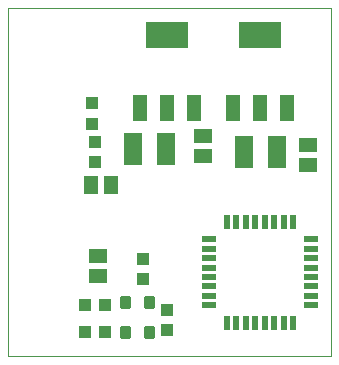
<source format=gtp>
G75*
%MOIN*%
%OFA0B0*%
%FSLAX24Y24*%
%IPPOS*%
%LPD*%
%AMOC8*
5,1,8,0,0,1.08239X$1,22.5*
%
%ADD10C,0.0000*%
%ADD11R,0.0500X0.0220*%
%ADD12R,0.0220X0.0500*%
%ADD13C,0.0175*%
%ADD14R,0.0433X0.0394*%
%ADD15R,0.0591X0.0512*%
%ADD16R,0.0425X0.0413*%
%ADD17R,0.0480X0.0880*%
%ADD18R,0.1417X0.0866*%
%ADD19R,0.0630X0.1063*%
%ADD20R,0.0512X0.0591*%
D10*
X000180Y000547D02*
X000180Y012143D01*
X010950Y012143D01*
X010950Y000547D01*
X000180Y000547D01*
D11*
X006890Y002245D03*
X006890Y002560D03*
X006890Y002875D03*
X006890Y003190D03*
X006890Y003504D03*
X006890Y003819D03*
X006890Y004134D03*
X006890Y004449D03*
X010270Y004449D03*
X010270Y004134D03*
X010270Y003819D03*
X010270Y003504D03*
X010270Y003190D03*
X010270Y002875D03*
X010270Y002560D03*
X010270Y002245D03*
D12*
X009682Y001657D03*
X009367Y001657D03*
X009052Y001657D03*
X008737Y001657D03*
X008423Y001657D03*
X008108Y001657D03*
X007793Y001657D03*
X007478Y001657D03*
X007478Y005037D03*
X007793Y005037D03*
X008108Y005037D03*
X008423Y005037D03*
X008737Y005037D03*
X009052Y005037D03*
X009367Y005037D03*
X009682Y005037D03*
D13*
X004968Y002485D02*
X004968Y002209D01*
X004792Y002209D01*
X004792Y002485D01*
X004968Y002485D01*
X004968Y002383D02*
X004792Y002383D01*
X004168Y002485D02*
X004168Y002209D01*
X003992Y002209D01*
X003992Y002485D01*
X004168Y002485D01*
X004168Y002383D02*
X003992Y002383D01*
X004168Y001485D02*
X004168Y001209D01*
X003992Y001209D01*
X003992Y001485D01*
X004168Y001485D01*
X004168Y001383D02*
X003992Y001383D01*
X004968Y001485D02*
X004968Y001209D01*
X004792Y001209D01*
X004792Y001485D01*
X004968Y001485D01*
X004968Y001383D02*
X004792Y001383D01*
D14*
X005480Y001412D03*
X005480Y002082D03*
X004680Y003112D03*
X004680Y003782D03*
X003415Y002247D03*
X002745Y002247D03*
X002745Y001347D03*
X003415Y001347D03*
X003080Y007012D03*
X003080Y007682D03*
D15*
X003180Y003882D03*
X003180Y003212D03*
X006680Y007212D03*
X006680Y007882D03*
X010180Y007582D03*
X010180Y006912D03*
D16*
X002980Y008303D03*
X002980Y008992D03*
D17*
X004570Y008827D03*
X005480Y008827D03*
X006390Y008827D03*
X007670Y008827D03*
X008580Y008827D03*
X009490Y008827D03*
D18*
X008580Y011267D03*
X005480Y011267D03*
D19*
X005431Y007447D03*
X004329Y007447D03*
X008029Y007347D03*
X009131Y007347D03*
D20*
X003615Y006247D03*
X002945Y006247D03*
M02*

</source>
